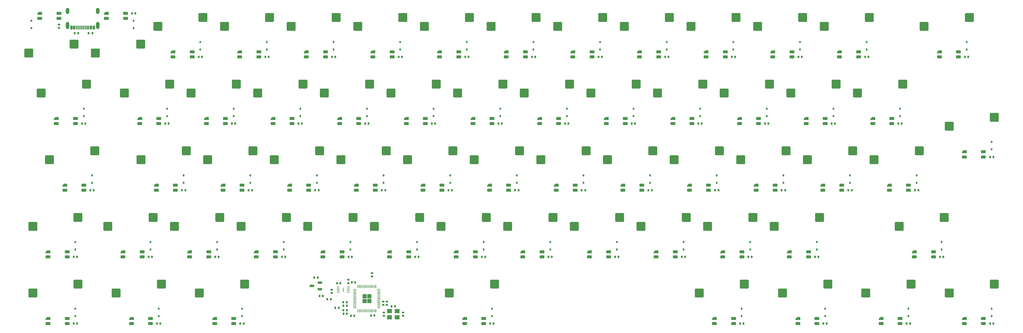
<source format=gbr>
%TF.GenerationSoftware,KiCad,Pcbnew,8.0.3*%
%TF.CreationDate,2024-11-28T23:23:20+08:00*%
%TF.ProjectId,PH60_Rev2,50483630-5f52-4657-9632-2e6b69636164,rev?*%
%TF.SameCoordinates,Original*%
%TF.FileFunction,Paste,Bot*%
%TF.FilePolarity,Positive*%
%FSLAX46Y46*%
G04 Gerber Fmt 4.6, Leading zero omitted, Abs format (unit mm)*
G04 Created by KiCad (PCBNEW 8.0.3) date 2024-11-28 23:23:20*
%MOMM*%
%LPD*%
G01*
G04 APERTURE LIST*
G04 Aperture macros list*
%AMRoundRect*
0 Rectangle with rounded corners*
0 $1 Rounding radius*
0 $2 $3 $4 $5 $6 $7 $8 $9 X,Y pos of 4 corners*
0 Add a 4 corners polygon primitive as box body*
4,1,4,$2,$3,$4,$5,$6,$7,$8,$9,$2,$3,0*
0 Add four circle primitives for the rounded corners*
1,1,$1+$1,$2,$3*
1,1,$1+$1,$4,$5*
1,1,$1+$1,$6,$7*
1,1,$1+$1,$8,$9*
0 Add four rect primitives between the rounded corners*
20,1,$1+$1,$2,$3,$4,$5,0*
20,1,$1+$1,$4,$5,$6,$7,0*
20,1,$1+$1,$6,$7,$8,$9,0*
20,1,$1+$1,$8,$9,$2,$3,0*%
%AMFreePoly0*
4,1,18,-0.410000,0.593000,-0.403758,0.624380,-0.385983,0.650983,-0.359380,0.668758,-0.328000,0.675000,0.328000,0.675000,0.359380,0.668758,0.385983,0.650983,0.403758,0.624380,0.410000,0.593000,0.410000,-0.593000,0.403758,-0.624380,0.385983,-0.650983,0.359380,-0.668758,0.328000,-0.675000,0.000000,-0.675000,-0.410000,-0.265000,-0.410000,0.593000,-0.410000,0.593000,$1*%
%AMFreePoly1*
4,1,19,0.563745,0.600348,0.608674,0.548497,0.619677,0.497915,0.619677,-0.497915,0.600348,-0.563745,0.548497,-0.608674,0.497915,-0.619677,-0.497915,-0.619677,-0.563745,-0.600348,-0.608674,-0.548497,-0.619677,-0.497915,-0.619677,0.397045,-0.600348,0.462875,-0.584014,0.483144,-0.483144,0.584014,-0.422927,0.616894,-0.397045,0.619677,0.497915,0.619677,0.563745,0.600348,0.563745,0.600348,
$1*%
%AMFreePoly2*
4,1,19,0.563745,0.600348,0.608674,0.548497,0.619677,0.497915,0.619677,-0.497915,0.600348,-0.563745,0.548497,-0.608674,0.497915,-0.619677,-0.397045,-0.619677,-0.462875,-0.600348,-0.483144,-0.584014,-0.584014,-0.483144,-0.616894,-0.422927,-0.619677,-0.397045,-0.619677,0.497915,-0.600348,0.563745,-0.548497,0.608674,-0.497915,0.619677,0.497915,0.619677,0.563745,0.600348,0.563745,0.600348,
$1*%
%AMFreePoly3*
4,1,19,0.462875,0.600348,0.483144,0.584014,0.584014,0.483144,0.616894,0.422927,0.619677,0.397045,0.619677,-0.497915,0.600348,-0.563745,0.548497,-0.608674,0.497915,-0.619677,-0.497915,-0.619677,-0.563745,-0.600348,-0.608674,-0.548497,-0.619677,-0.497915,-0.619677,0.497915,-0.600348,0.563745,-0.548497,0.608674,-0.497915,0.619677,0.397045,0.619677,0.462875,0.600348,0.462875,0.600348,
$1*%
%AMFreePoly4*
4,1,19,0.563745,0.600348,0.608674,0.548497,0.619677,0.497915,0.619677,-0.397045,0.600348,-0.462875,0.584014,-0.483144,0.483144,-0.584014,0.422927,-0.616894,0.397045,-0.619677,-0.497915,-0.619677,-0.563745,-0.600348,-0.608674,-0.548497,-0.619677,-0.497915,-0.619677,0.497915,-0.600348,0.563745,-0.548497,0.608674,-0.497915,0.619677,0.497915,0.619677,0.563745,0.600348,0.563745,0.600348,
$1*%
G04 Aperture macros list end*
%ADD10RoundRect,0.250000X-1.025000X-1.000000X1.025000X-1.000000X1.025000X1.000000X-1.025000X1.000000X0*%
%ADD11RoundRect,0.250000X1.025000X1.000000X-1.025000X1.000000X-1.025000X-1.000000X1.025000X-1.000000X0*%
%ADD12RoundRect,0.140000X-0.140000X-0.170000X0.140000X-0.170000X0.140000X0.170000X-0.140000X0.170000X0*%
%ADD13RoundRect,0.112500X0.112500X-0.187500X0.112500X0.187500X-0.112500X0.187500X-0.112500X-0.187500X0*%
%ADD14RoundRect,0.082000X-0.593000X0.328000X-0.593000X-0.328000X0.593000X-0.328000X0.593000X0.328000X0*%
%ADD15FreePoly0,270.000000*%
%ADD16RoundRect,0.140000X0.140000X0.170000X-0.140000X0.170000X-0.140000X-0.170000X0.140000X-0.170000X0*%
%ADD17RoundRect,0.140000X-0.170000X0.140000X-0.170000X-0.140000X0.170000X-0.140000X0.170000X0.140000X0*%
%ADD18RoundRect,0.150000X0.512500X0.150000X-0.512500X0.150000X-0.512500X-0.150000X0.512500X-0.150000X0*%
%ADD19FreePoly1,270.000000*%
%ADD20FreePoly2,270.000000*%
%ADD21FreePoly3,270.000000*%
%ADD22FreePoly4,270.000000*%
%ADD23RoundRect,0.050000X-0.050000X0.387500X-0.050000X-0.387500X0.050000X-0.387500X0.050000X0.387500X0*%
%ADD24RoundRect,0.050000X-0.387500X0.050000X-0.387500X-0.050000X0.387500X-0.050000X0.387500X0.050000X0*%
%ADD25RoundRect,0.135000X-0.135000X-0.185000X0.135000X-0.185000X0.135000X0.185000X-0.135000X0.185000X0*%
%ADD26RoundRect,0.112500X-0.112500X0.187500X-0.112500X-0.187500X0.112500X-0.187500X0.112500X0.187500X0*%
%ADD27RoundRect,0.135000X0.135000X0.185000X-0.135000X0.185000X-0.135000X-0.185000X0.135000X-0.185000X0*%
%ADD28RoundRect,0.140000X0.170000X-0.140000X0.170000X0.140000X-0.170000X0.140000X-0.170000X-0.140000X0*%
%ADD29RoundRect,0.040000X0.040000X0.605000X-0.040000X0.605000X-0.040000X-0.605000X0.040000X-0.605000X0*%
%ADD30RoundRect,0.062500X0.387500X0.062500X-0.387500X0.062500X-0.387500X-0.062500X0.387500X-0.062500X0*%
%ADD31RoundRect,0.135000X-0.185000X0.135000X-0.185000X-0.135000X0.185000X-0.135000X0.185000X0.135000X0*%
%ADD32RoundRect,0.150000X-0.150000X-0.425000X0.150000X-0.425000X0.150000X0.425000X-0.150000X0.425000X0*%
%ADD33RoundRect,0.075000X-0.075000X-0.500000X0.075000X-0.500000X0.075000X0.500000X-0.075000X0.500000X0*%
%ADD34O,1.000000X1.800000*%
%ADD35O,1.000000X2.100000*%
%ADD36R,1.400000X1.200000*%
G04 APERTURE END LIST*
D10*
%TO.C,S30*%
X64352500Y-73660000D03*
X77279500Y-71120000D03*
%TD*%
%TO.C,S27*%
X269140000Y-54610000D03*
X282067000Y-52070000D03*
%TD*%
%TO.C,S42*%
X33396250Y-92710000D03*
X46323250Y-90170000D03*
%TD*%
%TO.C,S32*%
X102452500Y-73660000D03*
X115379500Y-71120000D03*
%TD*%
%TO.C,S38*%
X216752500Y-73660000D03*
X229679500Y-71120000D03*
%TD*%
%TO.C,S35*%
X159602500Y-73660000D03*
X172529500Y-71120000D03*
%TD*%
%TO.C,S4*%
X88165000Y-35560000D03*
X101092000Y-33020000D03*
%TD*%
D11*
%TO.C,S2*%
X64235000Y-40640000D03*
X51308000Y-43180000D03*
%TD*%
D10*
%TO.C,S22*%
X173890000Y-54610000D03*
X186817000Y-52070000D03*
%TD*%
%TO.C,S28*%
X295333750Y-64135000D03*
X308260750Y-61595000D03*
%TD*%
%TO.C,S46*%
X111977500Y-92710000D03*
X124904500Y-90170000D03*
%TD*%
D11*
%TO.C,S1*%
X45185000Y-40640000D03*
X32258000Y-43180000D03*
%TD*%
D10*
%TO.C,S54*%
X281046250Y-92710000D03*
X293973250Y-90170000D03*
%TD*%
%TO.C,S10*%
X202465000Y-35560000D03*
X215392000Y-33020000D03*
%TD*%
%TO.C,S34*%
X140552500Y-73660000D03*
X153479500Y-71120000D03*
%TD*%
%TO.C,S15*%
X35777500Y-54610000D03*
X48704500Y-52070000D03*
%TD*%
%TO.C,S56*%
X57208750Y-111760000D03*
X70135750Y-109220000D03*
%TD*%
%TO.C,S20*%
X135790000Y-54610000D03*
X148717000Y-52070000D03*
%TD*%
%TO.C,S17*%
X78640000Y-54610000D03*
X91567000Y-52070000D03*
%TD*%
%TO.C,S31*%
X83402500Y-73660000D03*
X96329500Y-71120000D03*
%TD*%
%TO.C,S48*%
X150077500Y-92710000D03*
X163004500Y-90170000D03*
%TD*%
%TO.C,S51*%
X207227500Y-92710000D03*
X220154500Y-90170000D03*
%TD*%
%TO.C,S23*%
X192940000Y-54610000D03*
X205867000Y-52070000D03*
%TD*%
%TO.C,S50*%
X188177500Y-92710000D03*
X201104500Y-90170000D03*
%TD*%
%TO.C,S18*%
X97690000Y-54610000D03*
X110617000Y-52070000D03*
%TD*%
%TO.C,S33*%
X121502500Y-73660000D03*
X134429500Y-71120000D03*
%TD*%
%TO.C,S61*%
X271521250Y-111760000D03*
X284448250Y-109220000D03*
%TD*%
%TO.C,S16*%
X59590000Y-54610000D03*
X72517000Y-52070000D03*
%TD*%
%TO.C,S60*%
X247708750Y-111760000D03*
X260635750Y-109220000D03*
%TD*%
%TO.C,S58*%
X152458750Y-111760000D03*
X165385750Y-109220000D03*
%TD*%
%TO.C,S24*%
X211990000Y-54610000D03*
X224917000Y-52070000D03*
%TD*%
%TO.C,S29*%
X38158750Y-73660000D03*
X51085750Y-71120000D03*
%TD*%
%TO.C,S37*%
X197702500Y-73660000D03*
X210629500Y-71120000D03*
%TD*%
%TO.C,S43*%
X54827500Y-92710000D03*
X67754500Y-90170000D03*
%TD*%
%TO.C,S3*%
X69115000Y-35560000D03*
X82042000Y-33020000D03*
%TD*%
%TO.C,S36*%
X178652500Y-73660000D03*
X191579500Y-71120000D03*
%TD*%
%TO.C,S6*%
X126265000Y-35560000D03*
X139192000Y-33020000D03*
%TD*%
%TO.C,S55*%
X33396250Y-111760000D03*
X46323250Y-109220000D03*
%TD*%
%TO.C,S25*%
X231040000Y-54610000D03*
X243967000Y-52070000D03*
%TD*%
%TO.C,S9*%
X183415000Y-35560000D03*
X196342000Y-33020000D03*
%TD*%
%TO.C,S26*%
X250090000Y-54610000D03*
X263017000Y-52070000D03*
%TD*%
%TO.C,S11*%
X221515000Y-35560000D03*
X234442000Y-33020000D03*
%TD*%
%TO.C,S59*%
X223896250Y-111760000D03*
X236823250Y-109220000D03*
%TD*%
%TO.C,S53*%
X245327500Y-92710000D03*
X258254500Y-90170000D03*
%TD*%
%TO.C,S12*%
X240565000Y-35560000D03*
X253492000Y-33020000D03*
%TD*%
%TO.C,S57*%
X81021250Y-111760000D03*
X93948250Y-109220000D03*
%TD*%
%TO.C,S8*%
X164365000Y-35560000D03*
X177292000Y-33020000D03*
%TD*%
%TO.C,S13*%
X259615000Y-35560000D03*
X272542000Y-33020000D03*
%TD*%
%TO.C,S14*%
X288190000Y-35560000D03*
X301117000Y-33020000D03*
%TD*%
%TO.C,S21*%
X154840000Y-54610000D03*
X167767000Y-52070000D03*
%TD*%
%TO.C,S19*%
X116740000Y-54610000D03*
X129667000Y-52070000D03*
%TD*%
%TO.C,S5*%
X107215000Y-35560000D03*
X120142000Y-33020000D03*
%TD*%
%TO.C,S45*%
X92927500Y-92710000D03*
X105854500Y-90170000D03*
%TD*%
%TO.C,S62*%
X295333750Y-111760000D03*
X308260750Y-109220000D03*
%TD*%
%TO.C,S52*%
X226277500Y-92710000D03*
X239204500Y-90170000D03*
%TD*%
%TO.C,S7*%
X145315000Y-35560000D03*
X158242000Y-33020000D03*
%TD*%
%TO.C,S41*%
X273902500Y-73660000D03*
X286829500Y-71120000D03*
%TD*%
%TO.C,S49*%
X169127500Y-92710000D03*
X182054500Y-90170000D03*
%TD*%
%TO.C,S44*%
X73877500Y-92710000D03*
X86804500Y-90170000D03*
%TD*%
%TO.C,S39*%
X235802500Y-73660000D03*
X248729500Y-71120000D03*
%TD*%
%TO.C,S40*%
X254852500Y-73660000D03*
X267779500Y-71120000D03*
%TD*%
%TO.C,S47*%
X131027500Y-92710000D03*
X143954500Y-90170000D03*
%TD*%
D12*
%TO.C,RGBC15*%
X47462500Y-63400000D03*
X48422500Y-63400000D03*
%TD*%
D13*
%TO.C,D21*%
X167005000Y-61230000D03*
X167005000Y-59130000D03*
%TD*%
D12*
%TO.C,RGBC49*%
X180812500Y-101500000D03*
X181772500Y-101500000D03*
%TD*%
%TO.C,RGBC28*%
X307018750Y-72925000D03*
X307978750Y-72925000D03*
%TD*%
D14*
%TO.C,RGB20*%
X145600000Y-63400000D03*
X145600000Y-61900000D03*
D15*
X140150000Y-61900000D03*
D14*
X140150000Y-63400000D03*
%TD*%
D16*
%TO.C,C13*%
X125305000Y-118275000D03*
X124345000Y-118275000D03*
%TD*%
D17*
%TO.C,C3*%
X133737500Y-117370000D03*
X133737500Y-118330000D03*
%TD*%
D13*
%TO.C,D46*%
X124142500Y-99330000D03*
X124142500Y-97230000D03*
%TD*%
D12*
%TO.C,RGBC58*%
X164143750Y-120550000D03*
X165103750Y-120550000D03*
%TD*%
%TO.C,RGBC14*%
X299875000Y-44350000D03*
X300835000Y-44350000D03*
%TD*%
D13*
%TO.C,D55*%
X45561250Y-118380000D03*
X45561250Y-116280000D03*
%TD*%
D14*
%TO.C,RGB58*%
X162268750Y-120550000D03*
X162268750Y-119050000D03*
D15*
X156818750Y-119050000D03*
D14*
X156818750Y-120550000D03*
%TD*%
%TO.C,RGB14*%
X298000000Y-44350000D03*
X298000000Y-42850000D03*
D15*
X292550000Y-42850000D03*
D14*
X292550000Y-44350000D03*
%TD*%
D12*
%TO.C,RGBC21*%
X166525000Y-63400000D03*
X167485000Y-63400000D03*
%TD*%
D16*
%TO.C,C8*%
X120855000Y-116000000D03*
X119895000Y-116000000D03*
%TD*%
D12*
%TO.C,C18*%
X115370000Y-112625000D03*
X116330000Y-112625000D03*
%TD*%
D18*
%TO.C,U1*%
X115425000Y-108825000D03*
X115425000Y-110725000D03*
X113150000Y-109775000D03*
%TD*%
D14*
%TO.C,RGB55*%
X43206250Y-120550000D03*
X43206250Y-119050000D03*
D15*
X37756250Y-119050000D03*
D14*
X37756250Y-120550000D03*
%TD*%
D13*
%TO.C,D7*%
X157480000Y-42180000D03*
X157480000Y-40080000D03*
%TD*%
D19*
%TO.C,U3*%
X129575000Y-112725000D03*
D20*
X128225000Y-112725000D03*
D21*
X129575000Y-114075000D03*
D22*
X128225000Y-114075000D03*
D23*
X126300000Y-109962500D03*
X126700000Y-109962500D03*
X127100000Y-109962500D03*
X127500000Y-109962500D03*
X127900000Y-109962500D03*
X128300000Y-109962500D03*
X128700000Y-109962500D03*
X129100000Y-109962500D03*
X129500000Y-109962500D03*
X129900000Y-109962500D03*
X130300000Y-109962500D03*
X130700000Y-109962500D03*
X131100000Y-109962500D03*
X131500000Y-109962500D03*
D24*
X132337500Y-110800000D03*
X132337500Y-111200000D03*
X132337500Y-111600000D03*
X132337500Y-112000000D03*
X132337500Y-112400000D03*
X132337500Y-112800000D03*
X132337500Y-113200000D03*
X132337500Y-113600000D03*
X132337500Y-114000000D03*
X132337500Y-114400000D03*
X132337500Y-114800000D03*
X132337500Y-115200000D03*
X132337500Y-115600000D03*
X132337500Y-116000000D03*
D23*
X131500000Y-116837500D03*
X131100000Y-116837500D03*
X130700000Y-116837500D03*
X130300000Y-116837500D03*
X129900000Y-116837500D03*
X129500000Y-116837500D03*
X129100000Y-116837500D03*
X128700000Y-116837500D03*
X128300000Y-116837500D03*
X127900000Y-116837500D03*
X127500000Y-116837500D03*
X127100000Y-116837500D03*
X126700000Y-116837500D03*
X126300000Y-116837500D03*
D24*
X125462500Y-116000000D03*
X125462500Y-115600000D03*
X125462500Y-115200000D03*
X125462500Y-114800000D03*
X125462500Y-114400000D03*
X125462500Y-114000000D03*
X125462500Y-113600000D03*
X125462500Y-113200000D03*
X125462500Y-112800000D03*
X125462500Y-112400000D03*
X125462500Y-112000000D03*
X125462500Y-111600000D03*
X125462500Y-111200000D03*
X125462500Y-110800000D03*
%TD*%
D13*
%TO.C,D15*%
X47942500Y-61230000D03*
X47942500Y-59130000D03*
%TD*%
D14*
%TO.C,RGB57*%
X90831250Y-120550000D03*
X90831250Y-119050000D03*
D15*
X85381250Y-119050000D03*
D14*
X85381250Y-120550000D03*
%TD*%
D12*
%TO.C,RGBC62*%
X307018750Y-120550000D03*
X307978750Y-120550000D03*
%TD*%
D14*
%TO.C,RGB38*%
X226562500Y-82450000D03*
X226562500Y-80950000D03*
D15*
X221112500Y-80950000D03*
D14*
X221112500Y-82450000D03*
%TD*%
%TO.C,RGB37*%
X207512500Y-82450000D03*
X207512500Y-80950000D03*
D15*
X202062500Y-80950000D03*
D14*
X202062500Y-82450000D03*
%TD*%
D13*
%TO.C,D43*%
X66992500Y-99330000D03*
X66992500Y-97230000D03*
%TD*%
D12*
%TO.C,RGBC34*%
X152237500Y-82450000D03*
X153197500Y-82450000D03*
%TD*%
D13*
%TO.C,D22*%
X186055000Y-61230000D03*
X186055000Y-59130000D03*
%TD*%
%TO.C,D44*%
X86042500Y-99330000D03*
X86042500Y-97230000D03*
%TD*%
D25*
%TO.C,R5*%
X135977500Y-115600000D03*
X136997500Y-115600000D03*
%TD*%
D14*
%TO.C,RGB52*%
X236087500Y-101500000D03*
X236087500Y-100000000D03*
D15*
X230637500Y-100000000D03*
D14*
X230637500Y-101500000D03*
%TD*%
D12*
%TO.C,RGBC51*%
X218912500Y-101500000D03*
X219872500Y-101500000D03*
%TD*%
D25*
%TO.C,R7*%
X49375000Y-37575000D03*
X50395000Y-37575000D03*
%TD*%
D13*
%TO.C,D58*%
X164623750Y-118380000D03*
X164623750Y-116280000D03*
%TD*%
%TO.C,D20*%
X147955000Y-61230000D03*
X147955000Y-59130000D03*
%TD*%
D14*
%TO.C,RGB3*%
X78925000Y-44350000D03*
X78925000Y-42850000D03*
D15*
X73475000Y-42850000D03*
D14*
X73475000Y-44350000D03*
%TD*%
D12*
%TO.C,RGBC32*%
X114137500Y-82450000D03*
X115097500Y-82450000D03*
%TD*%
D14*
%TO.C,RGB60*%
X257518750Y-120550000D03*
X257518750Y-119050000D03*
D15*
X252068750Y-119050000D03*
D14*
X252068750Y-120550000D03*
%TD*%
D12*
%TO.C,RGBC30*%
X76037500Y-82450000D03*
X76997500Y-82450000D03*
%TD*%
D14*
%TO.C,RGB5*%
X117025000Y-44350000D03*
X117025000Y-42850000D03*
D15*
X111575000Y-42850000D03*
D14*
X111575000Y-44350000D03*
%TD*%
%TO.C,RGB16*%
X69400000Y-63400000D03*
X69400000Y-61900000D03*
D15*
X63950000Y-61900000D03*
D14*
X63950000Y-63400000D03*
%TD*%
D13*
%TO.C,D19*%
X128905000Y-61230000D03*
X128905000Y-59130000D03*
%TD*%
D16*
%TO.C,C16*%
X118567500Y-113600000D03*
X117607500Y-113600000D03*
%TD*%
D13*
%TO.C,D4*%
X100330000Y-42180000D03*
X100330000Y-40080000D03*
%TD*%
%TO.C,D13*%
X271780000Y-42180000D03*
X271780000Y-40080000D03*
%TD*%
%TO.C,D29*%
X50323750Y-80280000D03*
X50323750Y-78180000D03*
%TD*%
D14*
%TO.C,RGB24*%
X221800000Y-63400000D03*
X221800000Y-61900000D03*
D15*
X216350000Y-61900000D03*
D14*
X216350000Y-63400000D03*
%TD*%
D13*
%TO.C,D11*%
X233680000Y-42180000D03*
X233680000Y-40080000D03*
%TD*%
D12*
%TO.C,C5*%
X120357500Y-109000000D03*
X121317500Y-109000000D03*
%TD*%
D14*
%TO.C,RGB18*%
X107500000Y-63400000D03*
X107500000Y-61900000D03*
D15*
X102050000Y-61900000D03*
D14*
X102050000Y-63400000D03*
%TD*%
%TO.C,RGB27*%
X278950000Y-63400000D03*
X278950000Y-61900000D03*
D15*
X273500000Y-61900000D03*
D14*
X273500000Y-63400000D03*
%TD*%
%TO.C,RGB34*%
X150362500Y-82450000D03*
X150362500Y-80950000D03*
D15*
X144912500Y-80950000D03*
D14*
X144912500Y-82450000D03*
%TD*%
D12*
%TO.C,RGBC43*%
X66512500Y-101500000D03*
X67472500Y-101500000D03*
%TD*%
D14*
%TO.C,RGB47*%
X140837500Y-101500000D03*
X140837500Y-100000000D03*
D15*
X135387500Y-100000000D03*
D14*
X135387500Y-101500000D03*
%TD*%
D12*
%TO.C,C9*%
X130107500Y-118250000D03*
X131067500Y-118250000D03*
%TD*%
D26*
%TO.C,D2*%
X62230000Y-34020000D03*
X62230000Y-36120000D03*
%TD*%
D14*
%TO.C,RGB29*%
X47968750Y-82450000D03*
X47968750Y-80950000D03*
D15*
X42518750Y-80950000D03*
D14*
X42518750Y-82450000D03*
%TD*%
%TO.C,RGB7*%
X155125000Y-44350000D03*
X155125000Y-42850000D03*
D15*
X149675000Y-42850000D03*
D14*
X149675000Y-44350000D03*
%TD*%
D13*
%TO.C,D34*%
X152717500Y-80280000D03*
X152717500Y-78180000D03*
%TD*%
D12*
%TO.C,RGBC35*%
X171287500Y-82450000D03*
X172247500Y-82450000D03*
%TD*%
D14*
%TO.C,RGB48*%
X159887500Y-101500000D03*
X159887500Y-100000000D03*
D15*
X154437500Y-100000000D03*
D14*
X154437500Y-101500000D03*
%TD*%
D12*
%TO.C,RGBC42*%
X45081250Y-101500000D03*
X46041250Y-101500000D03*
%TD*%
D13*
%TO.C,D27*%
X281305000Y-61230000D03*
X281305000Y-59130000D03*
%TD*%
D12*
%TO.C,RGBC41*%
X285587500Y-82450000D03*
X286547500Y-82450000D03*
%TD*%
%TO.C,RGBC52*%
X237962500Y-101500000D03*
X238922500Y-101500000D03*
%TD*%
D14*
%TO.C,RGB4*%
X97975000Y-44350000D03*
X97975000Y-42850000D03*
D15*
X92525000Y-42850000D03*
D14*
X92525000Y-44350000D03*
%TD*%
%TO.C,RGB17*%
X88450000Y-63400000D03*
X88450000Y-61900000D03*
D15*
X83000000Y-61900000D03*
D14*
X83000000Y-63400000D03*
%TD*%
%TO.C,RGB9*%
X193225000Y-44350000D03*
X193225000Y-42850000D03*
D15*
X187775000Y-42850000D03*
D14*
X187775000Y-44350000D03*
%TD*%
%TO.C,RGB59*%
X233706250Y-120550000D03*
X233706250Y-119050000D03*
D15*
X228256250Y-119050000D03*
D14*
X228256250Y-120550000D03*
%TD*%
D25*
%TO.C,R3*%
X122131814Y-114400000D03*
X123151814Y-114400000D03*
%TD*%
D13*
%TO.C,D18*%
X109855000Y-61230000D03*
X109855000Y-59130000D03*
%TD*%
%TO.C,D30*%
X76517500Y-80280000D03*
X76517500Y-78180000D03*
%TD*%
D12*
%TO.C,RGBC37*%
X209387500Y-82450000D03*
X210347500Y-82450000D03*
%TD*%
D13*
%TO.C,D57*%
X93186250Y-118380000D03*
X93186250Y-116280000D03*
%TD*%
%TO.C,D45*%
X105092500Y-99330000D03*
X105092500Y-97230000D03*
%TD*%
D14*
%TO.C,RGB35*%
X169412500Y-82450000D03*
X169412500Y-80950000D03*
D15*
X163962500Y-80950000D03*
D14*
X163962500Y-82450000D03*
%TD*%
D12*
%TO.C,RGBC44*%
X85562500Y-101500000D03*
X86522500Y-101500000D03*
%TD*%
D16*
%TO.C,C14*%
X125567500Y-108750000D03*
X124607500Y-108750000D03*
%TD*%
D12*
%TO.C,RGBC27*%
X280825000Y-63400000D03*
X281785000Y-63400000D03*
%TD*%
D16*
%TO.C,C10*%
X123130000Y-116675000D03*
X122170000Y-116675000D03*
%TD*%
D13*
%TO.C,D31*%
X95567500Y-80280000D03*
X95567500Y-78180000D03*
%TD*%
D12*
%TO.C,RGBC3*%
X80800000Y-44350000D03*
X81760000Y-44350000D03*
%TD*%
D13*
%TO.C,D61*%
X283686250Y-118380000D03*
X283686250Y-116280000D03*
%TD*%
D27*
%TO.C,R6*%
X46375000Y-37575000D03*
X45355000Y-37575000D03*
%TD*%
D13*
%TO.C,D16*%
X71755000Y-61230000D03*
X71755000Y-59130000D03*
%TD*%
D12*
%TO.C,RGBC10*%
X214150000Y-44350000D03*
X215110000Y-44350000D03*
%TD*%
D14*
%TO.C,RGB46*%
X121787500Y-101500000D03*
X121787500Y-100000000D03*
D15*
X116337500Y-100000000D03*
D14*
X116337500Y-101500000D03*
%TD*%
D12*
%TO.C,RGBC4*%
X99850000Y-44350000D03*
X100810000Y-44350000D03*
%TD*%
D13*
%TO.C,D6*%
X138430000Y-42180000D03*
X138430000Y-40080000D03*
%TD*%
D12*
%TO.C,RGBC26*%
X261775000Y-63400000D03*
X262735000Y-63400000D03*
%TD*%
D13*
%TO.C,D48*%
X162242500Y-99330000D03*
X162242500Y-97230000D03*
%TD*%
D14*
%TO.C,RGB44*%
X83687500Y-101500000D03*
X83687500Y-100000000D03*
D15*
X78237500Y-100000000D03*
D14*
X78237500Y-101500000D03*
%TD*%
%TO.C,RGB23*%
X202750000Y-63400000D03*
X202750000Y-61900000D03*
D15*
X197300000Y-61900000D03*
D14*
X197300000Y-63400000D03*
%TD*%
%TO.C,RGB50*%
X197987500Y-101500000D03*
X197987500Y-100000000D03*
D15*
X192537500Y-100000000D03*
D14*
X192537500Y-101500000D03*
%TD*%
%TO.C,RGB33*%
X131312500Y-82450000D03*
X131312500Y-80950000D03*
D15*
X125862500Y-80950000D03*
D14*
X125862500Y-82450000D03*
%TD*%
%TO.C,RGB26*%
X259900000Y-63400000D03*
X259900000Y-61900000D03*
D15*
X254450000Y-61900000D03*
D14*
X254450000Y-63400000D03*
%TD*%
D12*
%TO.C,RGBC13*%
X271300000Y-44350000D03*
X272260000Y-44350000D03*
%TD*%
%TO.C,RGBC16*%
X71275000Y-63400000D03*
X72235000Y-63400000D03*
%TD*%
D13*
%TO.C,D24*%
X224155000Y-61230000D03*
X224155000Y-59130000D03*
%TD*%
D28*
%TO.C,C2*%
X139237500Y-118330000D03*
X139237500Y-117370000D03*
%TD*%
D12*
%TO.C,RGBC17*%
X90325000Y-63400000D03*
X91285000Y-63400000D03*
%TD*%
%TO.C,RGBC8*%
X176050000Y-44350000D03*
X177010000Y-44350000D03*
%TD*%
%TO.C,RGBC53*%
X257012500Y-101500000D03*
X257972500Y-101500000D03*
%TD*%
D13*
%TO.C,D35*%
X171767500Y-80280000D03*
X171767500Y-78180000D03*
%TD*%
D14*
%TO.C,RGB61*%
X281331250Y-120550000D03*
X281331250Y-119050000D03*
D15*
X275881250Y-119050000D03*
D14*
X275881250Y-120550000D03*
%TD*%
D12*
%TO.C,RGBC59*%
X235581250Y-120550000D03*
X236541250Y-120550000D03*
%TD*%
D13*
%TO.C,D38*%
X228917500Y-80280000D03*
X228917500Y-78180000D03*
%TD*%
D12*
%TO.C,RGBC5*%
X118900000Y-44350000D03*
X119860000Y-44350000D03*
%TD*%
D14*
%TO.C,RGB62*%
X305143750Y-120550000D03*
X305143750Y-119050000D03*
D15*
X299693750Y-119050000D03*
D14*
X299693750Y-120550000D03*
%TD*%
%TO.C,RGB49*%
X178937500Y-101500000D03*
X178937500Y-100000000D03*
D15*
X173487500Y-100000000D03*
D14*
X173487500Y-101500000D03*
%TD*%
D12*
%TO.C,RGBC60*%
X259393750Y-120550000D03*
X260353750Y-120550000D03*
%TD*%
D17*
%TO.C,C12*%
X134587500Y-114250000D03*
X134587500Y-115210000D03*
%TD*%
D14*
%TO.C,RGB28*%
X305143750Y-72925000D03*
X305143750Y-71425000D03*
D15*
X299693750Y-71425000D03*
D14*
X299693750Y-72925000D03*
%TD*%
D12*
%TO.C,RGBC22*%
X185575000Y-63400000D03*
X186535000Y-63400000D03*
%TD*%
D13*
%TO.C,D62*%
X307498750Y-118380000D03*
X307498750Y-116280000D03*
%TD*%
D14*
%TO.C,RGB13*%
X269425000Y-44350000D03*
X269425000Y-42850000D03*
D15*
X263975000Y-42850000D03*
D14*
X263975000Y-44350000D03*
%TD*%
%TO.C,RGB12*%
X250375000Y-44350000D03*
X250375000Y-42850000D03*
D15*
X244925000Y-42850000D03*
D14*
X244925000Y-44350000D03*
%TD*%
D16*
%TO.C,C11*%
X123155000Y-117725000D03*
X122195000Y-117725000D03*
%TD*%
D12*
%TO.C,RGBC18*%
X109375000Y-63400000D03*
X110335000Y-63400000D03*
%TD*%
%TO.C,RGBC7*%
X157000000Y-44350000D03*
X157960000Y-44350000D03*
%TD*%
D14*
%TO.C,RGB54*%
X290856250Y-101500000D03*
X290856250Y-100000000D03*
D15*
X285406250Y-100000000D03*
D14*
X285406250Y-101500000D03*
%TD*%
%TO.C,RGB41*%
X283712500Y-82450000D03*
X283712500Y-80950000D03*
D15*
X278262500Y-80950000D03*
D14*
X278262500Y-82450000D03*
%TD*%
%TO.C,RGB2*%
X59875000Y-33350000D03*
X59875000Y-31850000D03*
D15*
X54425000Y-31850000D03*
D14*
X54425000Y-33350000D03*
%TD*%
D12*
%TO.C,RGBC50*%
X199862500Y-101500000D03*
X200822500Y-101500000D03*
%TD*%
D14*
%TO.C,RGB43*%
X64637500Y-101500000D03*
X64637500Y-100000000D03*
D15*
X59187500Y-100000000D03*
D14*
X59187500Y-101500000D03*
%TD*%
D12*
%TO.C,RGBC25*%
X242725000Y-63400000D03*
X243685000Y-63400000D03*
%TD*%
D14*
%TO.C,RGB1*%
X40825000Y-33350000D03*
X40825000Y-31850000D03*
D15*
X35375000Y-31850000D03*
D14*
X35375000Y-33350000D03*
%TD*%
D13*
%TO.C,D56*%
X69373750Y-118380000D03*
X69373750Y-116280000D03*
%TD*%
D28*
%TO.C,C15*%
X130325000Y-107075000D03*
X130325000Y-106115000D03*
%TD*%
D12*
%TO.C,RGBC29*%
X49843750Y-82450000D03*
X50803750Y-82450000D03*
%TD*%
D13*
%TO.C,D49*%
X181292500Y-99330000D03*
X181292500Y-97230000D03*
%TD*%
D14*
%TO.C,RGB40*%
X264662500Y-82450000D03*
X264662500Y-80950000D03*
D15*
X259212500Y-80950000D03*
D14*
X259212500Y-82450000D03*
%TD*%
%TO.C,RGB22*%
X183700000Y-63400000D03*
X183700000Y-61900000D03*
D15*
X178250000Y-61900000D03*
D14*
X178250000Y-63400000D03*
%TD*%
D13*
%TO.C,D59*%
X236061250Y-118380000D03*
X236061250Y-116280000D03*
%TD*%
D12*
%TO.C,RGBC2*%
X61750000Y-31850000D03*
X62710000Y-31850000D03*
%TD*%
%TO.C,RGBC57*%
X92706250Y-120550000D03*
X93666250Y-120550000D03*
%TD*%
D25*
%TO.C,R4*%
X122131814Y-115400000D03*
X123151814Y-115400000D03*
%TD*%
D14*
%TO.C,RGB6*%
X136075000Y-44350000D03*
X136075000Y-42850000D03*
D15*
X130625000Y-42850000D03*
D14*
X130625000Y-44350000D03*
%TD*%
D13*
%TO.C,D54*%
X293211250Y-99330000D03*
X293211250Y-97230000D03*
%TD*%
%TO.C,D17*%
X90805000Y-61230000D03*
X90805000Y-59130000D03*
%TD*%
D14*
%TO.C,RGB53*%
X255137500Y-101500000D03*
X255137500Y-100000000D03*
D15*
X249687500Y-100000000D03*
D14*
X249687500Y-101500000D03*
%TD*%
D12*
%TO.C,RGBC54*%
X292731250Y-101500000D03*
X293691250Y-101500000D03*
%TD*%
D13*
%TO.C,D60*%
X259873750Y-118380000D03*
X259873750Y-116280000D03*
%TD*%
D29*
%TO.C,U2*%
X122137500Y-110825000D03*
D30*
X123562500Y-110075000D03*
X123562500Y-110575000D03*
X123562500Y-111075000D03*
X123562500Y-111575000D03*
X120712500Y-111575000D03*
X120712500Y-111075000D03*
X120712500Y-110575000D03*
X120712500Y-110075000D03*
%TD*%
D14*
%TO.C,RGB45*%
X102737500Y-101500000D03*
X102737500Y-100000000D03*
D15*
X97287500Y-100000000D03*
D14*
X97287500Y-101500000D03*
%TD*%
D12*
%TO.C,RGBC33*%
X133187500Y-82450000D03*
X134147500Y-82450000D03*
%TD*%
D31*
%TO.C,R1*%
X123562500Y-108000000D03*
X123562500Y-109020000D03*
%TD*%
D32*
%TO.C,J1*%
X44425000Y-35930000D03*
X45225000Y-35930000D03*
D33*
X46375000Y-35930000D03*
X47375000Y-35930000D03*
X47875000Y-35930000D03*
X48875000Y-35930000D03*
D32*
X50025000Y-35930000D03*
X50825000Y-35930000D03*
X50825000Y-35930000D03*
X50025000Y-35930000D03*
D33*
X49375000Y-35930000D03*
X48375000Y-35930000D03*
X46875000Y-35930000D03*
X45875000Y-35930000D03*
D32*
X45225000Y-35930000D03*
X44425000Y-35930000D03*
D34*
X43305000Y-31175000D03*
D35*
X43305000Y-35355000D03*
D34*
X51945000Y-31175000D03*
D35*
X51945000Y-35355000D03*
%TD*%
D12*
%TO.C,RGBC6*%
X137950000Y-44350000D03*
X138910000Y-44350000D03*
%TD*%
D14*
%TO.C,RGB56*%
X67018750Y-120550000D03*
X67018750Y-119050000D03*
D15*
X61568750Y-119050000D03*
D14*
X61568750Y-120550000D03*
%TD*%
D12*
%TO.C,RGBC46*%
X123662500Y-101500000D03*
X124622500Y-101500000D03*
%TD*%
D14*
%TO.C,RGB31*%
X93212500Y-82450000D03*
X93212500Y-80950000D03*
D15*
X87762500Y-80950000D03*
D14*
X87762500Y-82450000D03*
%TD*%
D28*
%TO.C,C7*%
X118837500Y-111795758D03*
X118837500Y-110835758D03*
%TD*%
D12*
%TO.C,RGBC45*%
X104612500Y-101500000D03*
X105572500Y-101500000D03*
%TD*%
D13*
%TO.C,D26*%
X262255000Y-61230000D03*
X262255000Y-59130000D03*
%TD*%
D12*
%TO.C,RGBC11*%
X233200000Y-44350000D03*
X234160000Y-44350000D03*
%TD*%
D14*
%TO.C,RGB25*%
X240850000Y-63400000D03*
X240850000Y-61900000D03*
D15*
X235400000Y-61900000D03*
D14*
X235400000Y-63400000D03*
%TD*%
D12*
%TO.C,RGBC38*%
X228437500Y-82450000D03*
X229397500Y-82450000D03*
%TD*%
%TO.C,RGBC20*%
X147475000Y-63400000D03*
X148435000Y-63400000D03*
%TD*%
D13*
%TO.C,D5*%
X119380000Y-42180000D03*
X119380000Y-40080000D03*
%TD*%
D14*
%TO.C,RGB10*%
X212275000Y-44350000D03*
X212275000Y-42850000D03*
D15*
X206825000Y-42850000D03*
D14*
X206825000Y-44350000D03*
%TD*%
D13*
%TO.C,D12*%
X252730000Y-42180000D03*
X252730000Y-40080000D03*
%TD*%
D17*
%TO.C,RGBC1*%
X40825000Y-35095000D03*
X40825000Y-36055000D03*
%TD*%
D14*
%TO.C,RGB51*%
X217037500Y-101500000D03*
X217037500Y-100000000D03*
D15*
X211587500Y-100000000D03*
D14*
X211587500Y-101500000D03*
%TD*%
D13*
%TO.C,D9*%
X195580000Y-42180000D03*
X195580000Y-40080000D03*
%TD*%
D12*
%TO.C,RGBC39*%
X247487500Y-82450000D03*
X248447500Y-82450000D03*
%TD*%
D14*
%TO.C,RGB8*%
X174175000Y-44350000D03*
X174175000Y-42850000D03*
D15*
X168725000Y-42850000D03*
D14*
X168725000Y-44350000D03*
%TD*%
D13*
%TO.C,D25*%
X243205000Y-61230000D03*
X243205000Y-59130000D03*
%TD*%
D12*
%TO.C,RGBC31*%
X95087500Y-82450000D03*
X96047500Y-82450000D03*
%TD*%
%TO.C,RGBC19*%
X128425000Y-63400000D03*
X129385000Y-63400000D03*
%TD*%
D17*
%TO.C,C6*%
X133587500Y-114250000D03*
X133587500Y-115210000D03*
%TD*%
D12*
%TO.C,RGBC9*%
X195100000Y-44350000D03*
X196060000Y-44350000D03*
%TD*%
%TO.C,RGBC47*%
X142712500Y-101500000D03*
X143672500Y-101500000D03*
%TD*%
D13*
%TO.C,D53*%
X257492500Y-99330000D03*
X257492500Y-97230000D03*
%TD*%
%TO.C,D23*%
X205105000Y-61230000D03*
X205105000Y-59130000D03*
%TD*%
%TO.C,D28*%
X307498750Y-70755000D03*
X307498750Y-68655000D03*
%TD*%
D36*
%TO.C,Y1*%
X135387500Y-117000000D03*
X137587500Y-117000000D03*
X137587500Y-118700000D03*
X135387500Y-118700000D03*
%TD*%
D14*
%TO.C,RGB15*%
X45587500Y-63400000D03*
X45587500Y-61900000D03*
D15*
X40137500Y-61900000D03*
D14*
X40137500Y-63400000D03*
%TD*%
%TO.C,RGB11*%
X231325000Y-44350000D03*
X231325000Y-42850000D03*
D15*
X225875000Y-42850000D03*
D14*
X225875000Y-44350000D03*
%TD*%
D13*
%TO.C,D32*%
X114617500Y-80280000D03*
X114617500Y-78180000D03*
%TD*%
D12*
%TO.C,RGBC48*%
X161762500Y-101500000D03*
X162722500Y-101500000D03*
%TD*%
%TO.C,RGBC55*%
X45081250Y-120550000D03*
X46041250Y-120550000D03*
%TD*%
D14*
%TO.C,RGB32*%
X112262500Y-82450000D03*
X112262500Y-80950000D03*
D15*
X106812500Y-80950000D03*
D14*
X106812500Y-82450000D03*
%TD*%
D13*
%TO.C,D3*%
X81280000Y-42180000D03*
X81280000Y-40080000D03*
%TD*%
D14*
%TO.C,RGB19*%
X126550000Y-63400000D03*
X126550000Y-61900000D03*
D15*
X121100000Y-61900000D03*
D14*
X121100000Y-63400000D03*
%TD*%
D12*
%TO.C,RGBC12*%
X252250000Y-44350000D03*
X253210000Y-44350000D03*
%TD*%
D13*
%TO.C,D42*%
X45561250Y-99330000D03*
X45561250Y-97230000D03*
%TD*%
%TO.C,D36*%
X190817500Y-80280000D03*
X190817500Y-78180000D03*
%TD*%
%TO.C,D33*%
X133667500Y-80280000D03*
X133667500Y-78180000D03*
%TD*%
D14*
%TO.C,RGB30*%
X74162500Y-82450000D03*
X74162500Y-80950000D03*
D15*
X68712500Y-80950000D03*
D14*
X68712500Y-82450000D03*
%TD*%
D12*
%TO.C,RGBC61*%
X283206250Y-120550000D03*
X284166250Y-120550000D03*
%TD*%
D13*
%TO.C,D10*%
X214630000Y-42180000D03*
X214630000Y-40080000D03*
%TD*%
D14*
%TO.C,RGB42*%
X43206250Y-101500000D03*
X43206250Y-100000000D03*
D15*
X37756250Y-100000000D03*
D14*
X37756250Y-101500000D03*
%TD*%
D26*
%TO.C,D1*%
X33020000Y-34020000D03*
X33020000Y-36120000D03*
%TD*%
D14*
%TO.C,RGB39*%
X245612500Y-82450000D03*
X245612500Y-80950000D03*
D15*
X240162500Y-80950000D03*
D14*
X240162500Y-82450000D03*
%TD*%
D13*
%TO.C,D39*%
X247967500Y-80280000D03*
X247967500Y-78180000D03*
%TD*%
%TO.C,D14*%
X300355000Y-42180000D03*
X300355000Y-40080000D03*
%TD*%
%TO.C,D51*%
X219392500Y-99330000D03*
X219392500Y-97230000D03*
%TD*%
%TO.C,D41*%
X286067500Y-80280000D03*
X286067500Y-78180000D03*
%TD*%
D12*
%TO.C,RGBC23*%
X204625000Y-63400000D03*
X205585000Y-63400000D03*
%TD*%
D14*
%TO.C,RGB21*%
X164650000Y-63400000D03*
X164650000Y-61900000D03*
D15*
X159200000Y-61900000D03*
D14*
X159200000Y-63400000D03*
%TD*%
D13*
%TO.C,D47*%
X143192500Y-99330000D03*
X143192500Y-97230000D03*
%TD*%
%TO.C,D40*%
X267017500Y-80280000D03*
X267017500Y-78180000D03*
%TD*%
%TO.C,D37*%
X209867500Y-80280000D03*
X209867500Y-78180000D03*
%TD*%
%TO.C,D52*%
X238442500Y-99330000D03*
X238442500Y-97230000D03*
%TD*%
D12*
%TO.C,RGBC56*%
X68893750Y-120550000D03*
X69853750Y-120550000D03*
%TD*%
D13*
%TO.C,D50*%
X200342500Y-99330000D03*
X200342500Y-97230000D03*
%TD*%
D14*
%TO.C,RGB36*%
X188462500Y-82450000D03*
X188462500Y-80950000D03*
D15*
X183012500Y-80950000D03*
D14*
X183012500Y-82450000D03*
%TD*%
D12*
%TO.C,C17*%
X113890000Y-107425000D03*
X114850000Y-107425000D03*
%TD*%
%TO.C,RGBC40*%
X266537500Y-82450000D03*
X267497500Y-82450000D03*
%TD*%
%TO.C,RGBC36*%
X190337500Y-82450000D03*
X191297500Y-82450000D03*
%TD*%
D13*
%TO.C,D8*%
X176530000Y-42180000D03*
X176530000Y-40080000D03*
%TD*%
D12*
%TO.C,RGBC24*%
X223675000Y-63400000D03*
X224635000Y-63400000D03*
%TD*%
M02*

</source>
